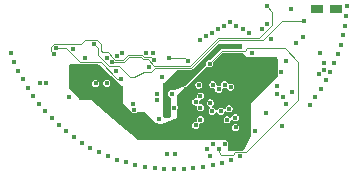
<source format=gbr>
%TF.GenerationSoftware,KiCad,Pcbnew,9.0.5*%
%TF.CreationDate,2025-10-30T22:03:55+01:00*%
%TF.ProjectId,36mm PCB,33366d6d-2050-4434-922e-6b696361645f,rev?*%
%TF.SameCoordinates,Original*%
%TF.FileFunction,Copper,L4,Inr*%
%TF.FilePolarity,Positive*%
%FSLAX46Y46*%
G04 Gerber Fmt 4.6, Leading zero omitted, Abs format (unit mm)*
G04 Created by KiCad (PCBNEW 9.0.5) date 2025-10-30 22:03:55*
%MOMM*%
%LPD*%
G01*
G04 APERTURE LIST*
%TA.AperFunction,ComponentPad*%
%ADD10R,1.000000X0.800000*%
%TD*%
%TA.AperFunction,ViaPad*%
%ADD11C,0.400000*%
%TD*%
%TA.AperFunction,Conductor*%
%ADD12C,0.100000*%
%TD*%
G04 APERTURE END LIST*
D10*
%TO.N,+3V0*%
%TO.C,J2*%
X165480000Y-95070000D03*
%TO.N,GND*%
X167080000Y-95070000D03*
%TD*%
D11*
%TO.N,GND*%
X151930000Y-102770000D03*
X151930000Y-102240000D03*
X151565954Y-98778557D03*
X150965954Y-98778557D03*
X162430000Y-100380000D03*
X160780000Y-96750000D03*
X164310000Y-97410000D03*
X158560000Y-105090000D03*
X158540000Y-104260000D03*
X157320000Y-103720000D03*
X156580000Y-103720000D03*
X157845000Y-104450000D03*
X145850000Y-99200000D03*
X159940000Y-98810000D03*
X162830000Y-103070000D03*
X140174791Y-100282707D03*
X145556824Y-106363784D03*
X167832791Y-96464370D03*
X163260000Y-95090001D03*
X167948428Y-95649789D03*
X167671581Y-97271170D03*
X151709590Y-108543764D03*
X148510174Y-107801021D03*
X168010000Y-94840000D03*
X146993070Y-107165478D03*
X158111156Y-96180002D03*
X166583318Y-100370140D03*
X155511928Y-97669994D03*
X165740000Y-98810000D03*
X166920316Y-99619575D03*
X158020000Y-103520000D03*
X154994071Y-108554639D03*
X167214622Y-98851267D03*
X156031544Y-97369993D03*
X159670000Y-97080000D03*
X156430000Y-103010000D03*
X158967765Y-107541734D03*
X141908027Y-103072657D03*
X142435781Y-103703838D03*
X146263680Y-106784815D03*
X156359200Y-107521581D03*
X165327473Y-102491993D03*
X158630771Y-96480002D03*
X155809089Y-108442121D03*
X164831647Y-103148553D03*
X157590386Y-96469999D03*
X140962929Y-101726437D03*
X153400000Y-107370000D03*
X157070770Y-96770000D03*
X143593376Y-104872382D03*
X149293098Y-108053893D03*
X150895336Y-108425853D03*
X156616499Y-108284001D03*
X140548570Y-101015648D03*
X139842771Y-99529927D03*
X152529183Y-108615753D03*
X162526202Y-104986315D03*
X166204694Y-101100590D03*
X142998156Y-104304378D03*
X152740000Y-107370000D03*
X150088989Y-108262390D03*
X157413754Y-108080779D03*
X158198335Y-107833096D03*
X144219560Y-105406055D03*
X139540000Y-98780000D03*
X154174020Y-108621199D03*
X167465307Y-98067640D03*
X147742691Y-107504570D03*
X153351525Y-108641592D03*
X159150385Y-96780000D03*
X156551154Y-97070001D03*
X153382512Y-103412512D03*
X144800000Y-98450000D03*
X147660000Y-101350000D03*
X165785638Y-101808620D03*
X141416558Y-102412829D03*
X144480000Y-102550000D03*
X144874732Y-105903713D03*
%TO.N,+3.3V*%
X148840000Y-101780000D03*
X144800000Y-99950000D03*
X150710000Y-104170000D03*
X159135000Y-106470000D03*
X146380000Y-102550000D03*
X160190000Y-102420000D03*
X154370000Y-101860000D03*
X158135000Y-106870000D03*
X146900000Y-99950000D03*
X161930000Y-99420000D03*
X157690000Y-100210000D03*
X158392122Y-98953911D03*
X156135000Y-101870000D03*
%TO.N,Net-(C20-Pad2)*%
X163380000Y-102070000D03*
%TO.N,+3V0*%
X161580000Y-97590000D03*
X155450000Y-101500000D03*
X162840000Y-99420000D03*
%TO.N,/Peripherals/VDDIO*%
X152070847Y-104384273D03*
%TO.N,Net-(IC2-CRST)*%
X146710000Y-101360000D03*
%TO.N,/Power/Charge +*%
X164393692Y-96037382D03*
X146555002Y-97999998D03*
%TO.N,/NRST*%
X157635000Y-101470000D03*
%TO.N,+1V8*%
X152774641Y-104064641D03*
X158830000Y-98250000D03*
%TO.N,Net-(D1-VCAP)*%
X158135000Y-101670000D03*
%TO.N,/I2C_SCL*%
X149897012Y-103110719D03*
X157135000Y-101870000D03*
%TO.N,/SWDIO*%
X155190000Y-104920000D03*
%TO.N,/H_Tim2*%
X155580000Y-102420000D03*
X148983266Y-98778557D03*
%TO.N,/Button press*%
X162070000Y-102220000D03*
X160180000Y-105420000D03*
%TO.N,/DEBLED*%
X157635000Y-106470000D03*
%TO.N,/H_on_GPIO*%
X156630000Y-106470000D03*
X147700000Y-99201000D03*
%TO.N,/H_Tim1*%
X148534974Y-98999999D03*
X155190000Y-102920000D03*
%TO.N,/Select dial*%
X156130000Y-106870000D03*
X148460000Y-100294323D03*
%TO.N,/I2C_SDA*%
X156640000Y-101470000D03*
X153149592Y-102240000D03*
X150000000Y-103600000D03*
%TO.N,/PCF_Reset*%
X157135000Y-106870000D03*
X156370000Y-99680000D03*
%TO.N,/SWCLK*%
X155580000Y-104420000D03*
%TO.N,/BMP581_INT*%
X155580000Y-103420000D03*
%TO.N,/Dial/MOT1*%
X152329119Y-100779693D03*
X143400000Y-98351003D03*
X148847277Y-100973924D03*
%TO.N,/Dial/VDD PROG*%
X151256277Y-99961251D03*
%TO.N,/Dial/MOT2*%
X143160000Y-98870000D03*
X151657420Y-99369628D03*
%TO.N,Net-(IC1-RESET)*%
X154540000Y-99499999D03*
X152950000Y-99210000D03*
%TO.N,/Power/STAT*%
X148074517Y-99549495D03*
X161190000Y-94830000D03*
%TO.N,Net-(IC5-PROG)*%
X161190000Y-96340000D03*
%TO.N,Net-(IC8-1D-)*%
X142482000Y-101340000D03*
%TO.N,Net-(IC8-1D+)*%
X141982169Y-101326916D03*
%TO.N,Net-(LDLN025PU1-EN)*%
X162040000Y-101570000D03*
X163720000Y-97940000D03*
X166044763Y-99650018D03*
%TO.N,Net-(TPS3424A11C13ADRLR1-~INT~)*%
X166074763Y-100210018D03*
X161120000Y-103880000D03*
%TO.N,Net-(TPS3424A11C13ADRLR1-kill)*%
X162600000Y-102490000D03*
X165624763Y-100560018D03*
%TD*%
D12*
%TO.N,/Power/Charge +*%
X146940000Y-98960000D02*
X146940000Y-98384996D01*
X147885575Y-99905575D02*
X146940000Y-98960000D01*
X148675575Y-99905575D02*
X147885575Y-99905575D01*
X149940000Y-100850000D02*
X149620000Y-100850000D01*
X150840000Y-100390000D02*
X149940000Y-100850000D01*
X151768997Y-100050999D02*
X151429999Y-100390000D01*
X154783257Y-100050999D02*
X151768997Y-100050999D01*
X160849000Y-97701000D02*
X157133256Y-97701000D01*
X151429999Y-100390000D02*
X150840000Y-100390000D01*
X149620000Y-100850000D02*
X148675575Y-99905575D01*
X162512618Y-96037382D02*
X160849000Y-97701000D01*
X146940000Y-98384996D02*
X146555002Y-97999998D01*
X157133256Y-97701000D02*
X154783257Y-100050999D01*
X164393692Y-96037382D02*
X162512618Y-96037382D01*
%TO.N,/Dial/MOT2*%
X151417792Y-99130000D02*
X151657420Y-99369628D01*
X150621008Y-98930000D02*
X150821008Y-99130000D01*
X149455744Y-98930000D02*
X150621008Y-98930000D01*
X148381410Y-99359999D02*
X149025745Y-99359999D01*
X148219906Y-99198495D02*
X148381410Y-99359999D01*
X147750001Y-98730000D02*
X148218496Y-99198495D01*
X150821008Y-99130000D02*
X151417792Y-99130000D01*
X147320001Y-98730000D02*
X147750001Y-98730000D01*
X147190000Y-98599999D02*
X147320001Y-98730000D01*
X147190000Y-97990000D02*
X147190000Y-98599999D01*
X146850000Y-97650000D02*
X147190000Y-97990000D01*
X146701393Y-97650000D02*
X146850000Y-97650000D01*
X146700391Y-97648998D02*
X146701393Y-97650000D01*
X146408611Y-97650000D02*
X146409613Y-97648998D01*
X148218496Y-99198495D02*
X148219906Y-99198495D01*
X145480000Y-97990000D02*
X145820000Y-97650000D01*
X142920000Y-98260000D02*
X143190000Y-97990000D01*
X149025745Y-99359999D02*
X149455744Y-98930000D01*
X146409613Y-97648998D02*
X146700391Y-97648998D01*
X142920000Y-98630000D02*
X142920000Y-98260000D01*
X143190000Y-97990000D02*
X145480000Y-97990000D01*
X143160000Y-98870000D02*
X142920000Y-98630000D01*
X145820000Y-97650000D02*
X146408611Y-97650000D01*
%TO.N,/Power/STAT*%
X161640000Y-95280000D02*
X161190000Y-94830000D01*
X161640000Y-96440000D02*
X161640000Y-95280000D01*
X160580000Y-97500000D02*
X161640000Y-96440000D01*
X157050000Y-97500000D02*
X160580000Y-97500000D01*
X151121000Y-99331000D02*
X151639999Y-99849999D01*
X151639999Y-99849999D02*
X154700001Y-99849999D01*
X150537752Y-99131000D02*
X150737752Y-99331000D01*
X150737752Y-99331000D02*
X151121000Y-99331000D01*
X149539000Y-99131000D02*
X150537752Y-99131000D01*
X149090000Y-99580000D02*
X149539000Y-99131000D01*
X154700001Y-99849999D02*
X157050000Y-97500000D01*
X148119020Y-99580000D02*
X149090000Y-99580000D01*
%TO.N,/PCF_Reset*%
X157140000Y-106875000D02*
X157135000Y-106870000D01*
X158340000Y-107380000D02*
X157360000Y-107380000D01*
X159420000Y-107190000D02*
X158530000Y-107190000D01*
X163880000Y-99540000D02*
X163880000Y-102730000D01*
X159541000Y-98389000D02*
X162729000Y-98389000D01*
X163880000Y-102730000D02*
X159420000Y-107190000D01*
X159330000Y-98600000D02*
X159541000Y-98389000D01*
X157410000Y-98600000D02*
X159330000Y-98600000D01*
X162729000Y-98389000D02*
X163880000Y-99540000D01*
X157140000Y-107160000D02*
X157140000Y-106875000D01*
X156441266Y-99608734D02*
X156441266Y-99568734D01*
X157360000Y-107380000D02*
X157140000Y-107160000D01*
X156441266Y-99568734D02*
X157410000Y-98600000D01*
X158530000Y-107190000D02*
X158340000Y-107380000D01*
X156370000Y-99680000D02*
X156441266Y-99608734D01*
%TO.N,/Dial/MOT1*%
X147140000Y-99570000D02*
X148543924Y-100973924D01*
X144204605Y-98351011D02*
X145423594Y-99570000D01*
X148543924Y-100973924D02*
X148847277Y-100973924D01*
X143400008Y-98351011D02*
X144204605Y-98351011D01*
X145423594Y-99570000D02*
X147140000Y-99570000D01*
X143400000Y-98351003D02*
X143400008Y-98351011D01*
%TO.N,Net-(IC1-RESET)*%
X154540000Y-99499999D02*
X154250001Y-99210000D01*
X154250001Y-99210000D02*
X152950000Y-99210000D01*
%TD*%
%TA.AperFunction,Conductor*%
%TO.N,+3.3V*%
G36*
X159158217Y-98775142D02*
G01*
X159176689Y-98789582D01*
X159518757Y-99113495D01*
X159535794Y-99129628D01*
X161995625Y-99141690D01*
X162062566Y-99161704D01*
X162108062Y-99214731D01*
X162119013Y-99264784D01*
X162129629Y-100719234D01*
X162110434Y-100786415D01*
X162094661Y-100806451D01*
X159906499Y-103063500D01*
X159909324Y-105256622D01*
X159901517Y-105296009D01*
X159902082Y-105296161D01*
X159882291Y-105370021D01*
X159879500Y-105380438D01*
X159879500Y-105459562D01*
X159889739Y-105497775D01*
X159899979Y-105535991D01*
X159900307Y-105536781D01*
X159900644Y-105538470D01*
X159902083Y-105543840D01*
X159901734Y-105543933D01*
X159901921Y-105544869D01*
X159904679Y-105549148D01*
X159909747Y-105584076D01*
X159909958Y-105747673D01*
X159894253Y-105808233D01*
X159243001Y-106975900D01*
X159193155Y-107024861D01*
X159134706Y-107039500D01*
X158500062Y-107039500D01*
X158475948Y-107049489D01*
X158472406Y-107050956D01*
X158444749Y-107062412D01*
X158443911Y-107063249D01*
X158432337Y-107068238D01*
X158408440Y-107071151D01*
X158385459Y-107078344D01*
X158383071Y-107078363D01*
X158062356Y-107077871D01*
X157995347Y-107058083D01*
X157949673Y-107005209D01*
X157938561Y-106951937D01*
X157946448Y-106447219D01*
X157946446Y-106447217D01*
X157946447Y-106447216D01*
X157944362Y-106440595D01*
X157930289Y-106410991D01*
X157915021Y-106354011D01*
X157915017Y-106354004D01*
X157875464Y-106285495D01*
X157875458Y-106285487D01*
X157819513Y-106229542D01*
X157819511Y-106229540D01*
X157790392Y-106212728D01*
X157751888Y-106177968D01*
X157710000Y-106120000D01*
X157709999Y-106120000D01*
X150273793Y-106122490D01*
X150206746Y-106102828D01*
X150192530Y-106092187D01*
X148794636Y-104880438D01*
X154889500Y-104880438D01*
X154889500Y-104959562D01*
X154893372Y-104974011D01*
X154909979Y-105035990D01*
X154909982Y-105035995D01*
X154949535Y-105104504D01*
X154949539Y-105104509D01*
X154949540Y-105104511D01*
X155005489Y-105160460D01*
X155005491Y-105160461D01*
X155005495Y-105160464D01*
X155045612Y-105183625D01*
X155074011Y-105200021D01*
X155150438Y-105220500D01*
X155150440Y-105220500D01*
X155229560Y-105220500D01*
X155229562Y-105220500D01*
X155305989Y-105200021D01*
X155374511Y-105160460D01*
X155430460Y-105104511D01*
X155461679Y-105050438D01*
X158259500Y-105050438D01*
X158259500Y-105129562D01*
X158269155Y-105165595D01*
X158279979Y-105205990D01*
X158279982Y-105205995D01*
X158319535Y-105274504D01*
X158319539Y-105274509D01*
X158319540Y-105274511D01*
X158375489Y-105330460D01*
X158375491Y-105330461D01*
X158375495Y-105330464D01*
X158437900Y-105366493D01*
X158444011Y-105370021D01*
X158520438Y-105390500D01*
X158520440Y-105390500D01*
X158599560Y-105390500D01*
X158599562Y-105390500D01*
X158675989Y-105370021D01*
X158744511Y-105330460D01*
X158800460Y-105274511D01*
X158840021Y-105205989D01*
X158860500Y-105129562D01*
X158860500Y-105050438D01*
X158840021Y-104974011D01*
X158831678Y-104959560D01*
X158800464Y-104905495D01*
X158800458Y-104905487D01*
X158744512Y-104849541D01*
X158744504Y-104849535D01*
X158675995Y-104809982D01*
X158675991Y-104809980D01*
X158675989Y-104809979D01*
X158675987Y-104809978D01*
X158675984Y-104809977D01*
X158609245Y-104792094D01*
X158550789Y-104756463D01*
X158542419Y-104763102D01*
X158528162Y-104780370D01*
X158510445Y-104788460D01*
X158505219Y-104792606D01*
X158500293Y-104793096D01*
X158490755Y-104797453D01*
X158444013Y-104809978D01*
X158444004Y-104809982D01*
X158375495Y-104849535D01*
X158375487Y-104849541D01*
X158319541Y-104905487D01*
X158319535Y-104905495D01*
X158279982Y-104974004D01*
X158279979Y-104974009D01*
X158266326Y-105024962D01*
X158259500Y-105050438D01*
X155461679Y-105050438D01*
X155470021Y-105035989D01*
X155490500Y-104959562D01*
X155490500Y-104880438D01*
X155489469Y-104876590D01*
X155489549Y-104873219D01*
X155489439Y-104872381D01*
X155489569Y-104872363D01*
X155491134Y-104806740D01*
X155530298Y-104748879D01*
X155594528Y-104721376D01*
X155609245Y-104720500D01*
X155619560Y-104720500D01*
X155619562Y-104720500D01*
X155695989Y-104700021D01*
X155764511Y-104660460D01*
X155820460Y-104604511D01*
X155860021Y-104535989D01*
X155880500Y-104459562D01*
X155880500Y-104410438D01*
X157544500Y-104410438D01*
X157544500Y-104489562D01*
X157556209Y-104533260D01*
X157564979Y-104565990D01*
X157564982Y-104565995D01*
X157604535Y-104634504D01*
X157604539Y-104634509D01*
X157604540Y-104634511D01*
X157660489Y-104690460D01*
X157660491Y-104690461D01*
X157660495Y-104690464D01*
X157712520Y-104720500D01*
X157729011Y-104730021D01*
X157805438Y-104750500D01*
X157805440Y-104750500D01*
X157884560Y-104750500D01*
X157884562Y-104750500D01*
X157960989Y-104730021D01*
X158029511Y-104690460D01*
X158085460Y-104634511D01*
X158125021Y-104565989D01*
X158131985Y-104539999D01*
X158168347Y-104480340D01*
X158231194Y-104449809D01*
X158300570Y-104458103D01*
X158308124Y-104461643D01*
X158325580Y-104470551D01*
X158355489Y-104500460D01*
X158424011Y-104540021D01*
X158500438Y-104560500D01*
X158501836Y-104560500D01*
X158515024Y-104567230D01*
X158531292Y-104582614D01*
X158550413Y-104594269D01*
X158550812Y-104595092D01*
X158571838Y-104569629D01*
X158609243Y-104552546D01*
X158655989Y-104540021D01*
X158724511Y-104500460D01*
X158780460Y-104444511D01*
X158820021Y-104375989D01*
X158840500Y-104299562D01*
X158840500Y-104220438D01*
X158820021Y-104144011D01*
X158814718Y-104134826D01*
X158780464Y-104075495D01*
X158780458Y-104075487D01*
X158724512Y-104019541D01*
X158724504Y-104019535D01*
X158655995Y-103979982D01*
X158655990Y-103979979D01*
X158630513Y-103973152D01*
X158579562Y-103959500D01*
X158500438Y-103959500D01*
X158462224Y-103969739D01*
X158424009Y-103979979D01*
X158424004Y-103979982D01*
X158355495Y-104019535D01*
X158355487Y-104019541D01*
X158299541Y-104075487D01*
X158299535Y-104075495D01*
X158259982Y-104144004D01*
X158259978Y-104144013D01*
X158253014Y-104170003D01*
X158216648Y-104229662D01*
X158153801Y-104260190D01*
X158084425Y-104251894D01*
X158045559Y-104225588D01*
X158029512Y-104209541D01*
X158029504Y-104209535D01*
X157960995Y-104169982D01*
X157960990Y-104169979D01*
X157923826Y-104160021D01*
X157884562Y-104149500D01*
X157805438Y-104149500D01*
X157769622Y-104159097D01*
X157729009Y-104169979D01*
X157729004Y-104169982D01*
X157660495Y-104209535D01*
X157660487Y-104209541D01*
X157604541Y-104265487D01*
X157604535Y-104265495D01*
X157564982Y-104334004D01*
X157564979Y-104334009D01*
X157553729Y-104375995D01*
X157544500Y-104410438D01*
X155880500Y-104410438D01*
X155880500Y-104380438D01*
X155860021Y-104304011D01*
X155857451Y-104299560D01*
X155820464Y-104235495D01*
X155820458Y-104235487D01*
X155764512Y-104179541D01*
X155764504Y-104179535D01*
X155695995Y-104139982D01*
X155695990Y-104139979D01*
X155670513Y-104133152D01*
X155619562Y-104119500D01*
X155540438Y-104119500D01*
X155503484Y-104129402D01*
X155464009Y-104139979D01*
X155464004Y-104139982D01*
X155395495Y-104179535D01*
X155395487Y-104179541D01*
X155339541Y-104235487D01*
X155339535Y-104235495D01*
X155299982Y-104304004D01*
X155299979Y-104304009D01*
X155279500Y-104380439D01*
X155279500Y-104459562D01*
X155280531Y-104463410D01*
X155280450Y-104466780D01*
X155280561Y-104467619D01*
X155280430Y-104467636D01*
X155278866Y-104533260D01*
X155239702Y-104591121D01*
X155175472Y-104618624D01*
X155160755Y-104619500D01*
X155150438Y-104619500D01*
X155112224Y-104629739D01*
X155074009Y-104639979D01*
X155074004Y-104639982D01*
X155005495Y-104679535D01*
X155005487Y-104679541D01*
X154949541Y-104735487D01*
X154949535Y-104735495D01*
X154909982Y-104804004D01*
X154909979Y-104804009D01*
X154908379Y-104809982D01*
X154889500Y-104880438D01*
X148794636Y-104880438D01*
X146360000Y-102770000D01*
X145465841Y-102788824D01*
X145398402Y-102770554D01*
X145372115Y-102748958D01*
X145326941Y-102700020D01*
X145104980Y-102459562D01*
X144482884Y-101785624D01*
X144451877Y-101723011D01*
X144450000Y-101701517D01*
X144450000Y-101320438D01*
X146409500Y-101320438D01*
X146409500Y-101399562D01*
X146417774Y-101430439D01*
X146429979Y-101475990D01*
X146429982Y-101475995D01*
X146469535Y-101544504D01*
X146469539Y-101544509D01*
X146469540Y-101544511D01*
X146525489Y-101600460D01*
X146525491Y-101600461D01*
X146525495Y-101600464D01*
X146577414Y-101630439D01*
X146594011Y-101640021D01*
X146670438Y-101660500D01*
X146670440Y-101660500D01*
X146749560Y-101660500D01*
X146749562Y-101660500D01*
X146825989Y-101640021D01*
X146894511Y-101600460D01*
X146950460Y-101544511D01*
X146990021Y-101475989D01*
X147010500Y-101399562D01*
X147010500Y-101320438D01*
X147007820Y-101310438D01*
X147359500Y-101310438D01*
X147359500Y-101389562D01*
X147362179Y-101399560D01*
X147379979Y-101465990D01*
X147379982Y-101465995D01*
X147419535Y-101534504D01*
X147419539Y-101534509D01*
X147419540Y-101534511D01*
X147475489Y-101590460D01*
X147475491Y-101590461D01*
X147475495Y-101590464D01*
X147519708Y-101615990D01*
X147544011Y-101630021D01*
X147620438Y-101650500D01*
X147620440Y-101650500D01*
X147699560Y-101650500D01*
X147699562Y-101650500D01*
X147775989Y-101630021D01*
X147844511Y-101590460D01*
X147900460Y-101534511D01*
X147940021Y-101465989D01*
X147960500Y-101389562D01*
X147960500Y-101310438D01*
X147940021Y-101234011D01*
X147937437Y-101229535D01*
X147900464Y-101165495D01*
X147900458Y-101165487D01*
X147844512Y-101109541D01*
X147844504Y-101109535D01*
X147775995Y-101069982D01*
X147775990Y-101069979D01*
X147737680Y-101059714D01*
X147699562Y-101049500D01*
X147620438Y-101049500D01*
X147583118Y-101059500D01*
X147544009Y-101069979D01*
X147544004Y-101069982D01*
X147475495Y-101109535D01*
X147475487Y-101109541D01*
X147419541Y-101165487D01*
X147419535Y-101165495D01*
X147379982Y-101234004D01*
X147379979Y-101234009D01*
X147369150Y-101274424D01*
X147359500Y-101310438D01*
X147007820Y-101310438D01*
X146990021Y-101244011D01*
X146984246Y-101234009D01*
X146950464Y-101175495D01*
X146950458Y-101175487D01*
X146894512Y-101119541D01*
X146894504Y-101119535D01*
X146825995Y-101079982D01*
X146825990Y-101079979D01*
X146800513Y-101073152D01*
X146749562Y-101059500D01*
X146670438Y-101059500D01*
X146632224Y-101069739D01*
X146594009Y-101079979D01*
X146594004Y-101079982D01*
X146525495Y-101119535D01*
X146525487Y-101119541D01*
X146469541Y-101175487D01*
X146469535Y-101175495D01*
X146429982Y-101244004D01*
X146429979Y-101244009D01*
X146418865Y-101285487D01*
X146409500Y-101320438D01*
X144450000Y-101320438D01*
X144450000Y-99864000D01*
X144469685Y-99796961D01*
X144522489Y-99751206D01*
X144574000Y-99740000D01*
X146950339Y-99740000D01*
X147017378Y-99759685D01*
X147035931Y-99774278D01*
X148998870Y-101646916D01*
X149006402Y-101654101D01*
X149041321Y-101714619D01*
X149044796Y-101741999D01*
X149064113Y-103055716D01*
X149692019Y-103674110D01*
X149715613Y-103709127D01*
X149715917Y-103708952D01*
X149718439Y-103713320D01*
X149719566Y-103714993D01*
X149719976Y-103715982D01*
X149719978Y-103715985D01*
X149719979Y-103715989D01*
X149759540Y-103784511D01*
X149815489Y-103840460D01*
X149815491Y-103840461D01*
X149815495Y-103840464D01*
X149884004Y-103880017D01*
X149884007Y-103880019D01*
X149884011Y-103880021D01*
X149960438Y-103900500D01*
X149960440Y-103900500D01*
X150039560Y-103900500D01*
X150039562Y-103900500D01*
X150115989Y-103880021D01*
X150184511Y-103840460D01*
X150184516Y-103840454D01*
X150190957Y-103835513D01*
X150192666Y-103837740D01*
X150241994Y-103810790D01*
X150267795Y-103807950D01*
X150911199Y-103804939D01*
X150978330Y-103824310D01*
X151007424Y-103850021D01*
X151700876Y-104690464D01*
X151750000Y-104750000D01*
X152292229Y-104759189D01*
X153630000Y-104300000D01*
X153624895Y-103627865D01*
X153641505Y-103564923D01*
X153662530Y-103528506D01*
X153662532Y-103528503D01*
X153662533Y-103528501D01*
X153683012Y-103452074D01*
X153683012Y-103372950D01*
X153662533Y-103296523D01*
X153638202Y-103254380D01*
X153621594Y-103193326D01*
X153619218Y-102880438D01*
X154889500Y-102880438D01*
X154889500Y-102959562D01*
X154899971Y-102998639D01*
X154909979Y-103035990D01*
X154909982Y-103035995D01*
X154949535Y-103104504D01*
X154949539Y-103104509D01*
X154949540Y-103104511D01*
X155005489Y-103160460D01*
X155005491Y-103160461D01*
X155005495Y-103160464D01*
X155038538Y-103179541D01*
X155074011Y-103200021D01*
X155150438Y-103220500D01*
X155150440Y-103220500D01*
X155160755Y-103220500D01*
X155227794Y-103240185D01*
X155273549Y-103292989D01*
X155283493Y-103362147D01*
X155280531Y-103376590D01*
X155279500Y-103380438D01*
X155279500Y-103459562D01*
X155290735Y-103501492D01*
X155299979Y-103535990D01*
X155299982Y-103535995D01*
X155339535Y-103604504D01*
X155339539Y-103604509D01*
X155339540Y-103604511D01*
X155395489Y-103660460D01*
X155395491Y-103660461D01*
X155395495Y-103660464D01*
X155451041Y-103692533D01*
X155464011Y-103700021D01*
X155540438Y-103720500D01*
X155540440Y-103720500D01*
X155619560Y-103720500D01*
X155619562Y-103720500D01*
X155695989Y-103700021D01*
X155764511Y-103660460D01*
X155820460Y-103604511D01*
X155860021Y-103535989D01*
X155880500Y-103459562D01*
X155880500Y-103380438D01*
X155860021Y-103304011D01*
X155854951Y-103295230D01*
X155820464Y-103235495D01*
X155820458Y-103235487D01*
X155764512Y-103179541D01*
X155764504Y-103179535D01*
X155695995Y-103139982D01*
X155695990Y-103139979D01*
X155668044Y-103132491D01*
X155619562Y-103119500D01*
X155609245Y-103119500D01*
X155591310Y-103114233D01*
X155572621Y-103113968D01*
X155558481Y-103104593D01*
X155542206Y-103099815D01*
X155529966Y-103085690D01*
X155514386Y-103075361D01*
X155507558Y-103059829D01*
X155496451Y-103047011D01*
X155493791Y-103028512D01*
X155486268Y-103011399D01*
X155487872Y-102987348D01*
X155486507Y-102977853D01*
X155486771Y-102976109D01*
X155487669Y-102970438D01*
X156129500Y-102970438D01*
X156129500Y-103049562D01*
X156136304Y-103074954D01*
X156149979Y-103125990D01*
X156149982Y-103125995D01*
X156189535Y-103194504D01*
X156189539Y-103194509D01*
X156189540Y-103194511D01*
X156245489Y-103250460D01*
X156245491Y-103250461D01*
X156245495Y-103250464D01*
X156295857Y-103279540D01*
X156314011Y-103290021D01*
X156320283Y-103291701D01*
X156379943Y-103328065D01*
X156410473Y-103390911D01*
X156402179Y-103460287D01*
X156375872Y-103499156D01*
X156339541Y-103535487D01*
X156339535Y-103535495D01*
X156299982Y-103604004D01*
X156299979Y-103604009D01*
X156298554Y-103609328D01*
X156279500Y-103680438D01*
X156279500Y-103759562D01*
X156291659Y-103804939D01*
X156299979Y-103835990D01*
X156299982Y-103835995D01*
X156339535Y-103904504D01*
X156339539Y-103904509D01*
X156339540Y-103904511D01*
X156395489Y-103960460D01*
X156395491Y-103960461D01*
X156395495Y-103960464D01*
X156457027Y-103995989D01*
X156464011Y-104000021D01*
X156540438Y-104020500D01*
X156540440Y-104020500D01*
X156619560Y-104020500D01*
X156619562Y-104020500D01*
X156695989Y-104000021D01*
X156764511Y-103960460D01*
X156820460Y-103904511D01*
X156822776Y-103900500D01*
X156842613Y-103866142D01*
X156893179Y-103817926D01*
X156961786Y-103804702D01*
X157026651Y-103830670D01*
X157057387Y-103866142D01*
X157079535Y-103904504D01*
X157079539Y-103904509D01*
X157079540Y-103904511D01*
X157135489Y-103960460D01*
X157135491Y-103960461D01*
X157135495Y-103960464D01*
X157197027Y-103995989D01*
X157204011Y-104000021D01*
X157280438Y-104020500D01*
X157280440Y-104020500D01*
X157359560Y-104020500D01*
X157359562Y-104020500D01*
X157435989Y-104000021D01*
X157504511Y-103960460D01*
X157560460Y-103904511D01*
X157600021Y-103835989D01*
X157610155Y-103798167D01*
X157646518Y-103738509D01*
X157709365Y-103707979D01*
X157778740Y-103716273D01*
X157817610Y-103742581D01*
X157835489Y-103760460D01*
X157835491Y-103760461D01*
X157835495Y-103760464D01*
X157900805Y-103798170D01*
X157904011Y-103800021D01*
X157980438Y-103820500D01*
X157980440Y-103820500D01*
X158059560Y-103820500D01*
X158059562Y-103820500D01*
X158135989Y-103800021D01*
X158204511Y-103760460D01*
X158260460Y-103704511D01*
X158300021Y-103635989D01*
X158320500Y-103559562D01*
X158320500Y-103480438D01*
X158300021Y-103404011D01*
X158293728Y-103393111D01*
X158260464Y-103335495D01*
X158260458Y-103335487D01*
X158204512Y-103279541D01*
X158204504Y-103279535D01*
X158135995Y-103239982D01*
X158135990Y-103239979D01*
X158091287Y-103228001D01*
X158059562Y-103219500D01*
X157980438Y-103219500D01*
X157948713Y-103228001D01*
X157904009Y-103239979D01*
X157904004Y-103239982D01*
X157835495Y-103279535D01*
X157835487Y-103279541D01*
X157779541Y-103335487D01*
X157779535Y-103335495D01*
X157739982Y-103404004D01*
X157739977Y-103404015D01*
X157729844Y-103441832D01*
X157693478Y-103501492D01*
X157630631Y-103532020D01*
X157561256Y-103523725D01*
X157522389Y-103497418D01*
X157504512Y-103479541D01*
X157504504Y-103479535D01*
X157435995Y-103439982D01*
X157435990Y-103439979D01*
X157410513Y-103433152D01*
X157359562Y-103419500D01*
X157280438Y-103419500D01*
X157242224Y-103429739D01*
X157204009Y-103439979D01*
X157204004Y-103439982D01*
X157135495Y-103479535D01*
X157135487Y-103479541D01*
X157079541Y-103535487D01*
X157079537Y-103535492D01*
X157057387Y-103573858D01*
X157006820Y-103622074D01*
X156938213Y-103635296D01*
X156873348Y-103609328D01*
X156842613Y-103573858D01*
X156820462Y-103535492D01*
X156820458Y-103535487D01*
X156764512Y-103479541D01*
X156764504Y-103479535D01*
X156695995Y-103439982D01*
X156695987Y-103439978D01*
X156689712Y-103438297D01*
X156630052Y-103401930D01*
X156599525Y-103339082D01*
X156607822Y-103269707D01*
X156634126Y-103230844D01*
X156670460Y-103194511D01*
X156710021Y-103125989D01*
X156730500Y-103049562D01*
X156730500Y-102970438D01*
X156710021Y-102894011D01*
X156709665Y-102893394D01*
X156670464Y-102825495D01*
X156670458Y-102825487D01*
X156614512Y-102769541D01*
X156614504Y-102769535D01*
X156545995Y-102729982D01*
X156545990Y-102729979D01*
X156513883Y-102721376D01*
X156469562Y-102709500D01*
X156390438Y-102709500D01*
X156352224Y-102719739D01*
X156314009Y-102729979D01*
X156314004Y-102729982D01*
X156245495Y-102769535D01*
X156245487Y-102769541D01*
X156189541Y-102825487D01*
X156189535Y-102825495D01*
X156149982Y-102894004D01*
X156149979Y-102894009D01*
X156138355Y-102937391D01*
X156129500Y-102970438D01*
X155487669Y-102970438D01*
X155487789Y-102969679D01*
X155490500Y-102959562D01*
X155490500Y-102880438D01*
X155489469Y-102876590D01*
X155489549Y-102873219D01*
X155489439Y-102872381D01*
X155489569Y-102872363D01*
X155491134Y-102806740D01*
X155530298Y-102748879D01*
X155594528Y-102721376D01*
X155609245Y-102720500D01*
X155619560Y-102720500D01*
X155619562Y-102720500D01*
X155695989Y-102700021D01*
X155764511Y-102660460D01*
X155820460Y-102604511D01*
X155860021Y-102535989D01*
X155880500Y-102459562D01*
X155880500Y-102380438D01*
X155860021Y-102304011D01*
X155848777Y-102284535D01*
X155820464Y-102235495D01*
X155820458Y-102235487D01*
X155764512Y-102179541D01*
X155764504Y-102179535D01*
X155695995Y-102139982D01*
X155695990Y-102139979D01*
X155670513Y-102133152D01*
X155619562Y-102119500D01*
X155540438Y-102119500D01*
X155502224Y-102129739D01*
X155464009Y-102139979D01*
X155464004Y-102139982D01*
X155395495Y-102179535D01*
X155395487Y-102179541D01*
X155339541Y-102235487D01*
X155339535Y-102235495D01*
X155299982Y-102304004D01*
X155299979Y-102304009D01*
X155279500Y-102380439D01*
X155279500Y-102459562D01*
X155280531Y-102463410D01*
X155280450Y-102466780D01*
X155280561Y-102467619D01*
X155280430Y-102467636D01*
X155278866Y-102533260D01*
X155239702Y-102591121D01*
X155175472Y-102618624D01*
X155160755Y-102619500D01*
X155150438Y-102619500D01*
X155112224Y-102629739D01*
X155074009Y-102639979D01*
X155074004Y-102639982D01*
X155005495Y-102679535D01*
X155005487Y-102679541D01*
X154949541Y-102735487D01*
X154949535Y-102735495D01*
X154909982Y-102804004D01*
X154909979Y-102804009D01*
X154904224Y-102825487D01*
X154889500Y-102880438D01*
X153619218Y-102880438D01*
X153615394Y-102376912D01*
X153634569Y-102309726D01*
X153651705Y-102288294D01*
X154232086Y-101707913D01*
X154271415Y-101681412D01*
X154352905Y-101646914D01*
X154370215Y-101637597D01*
X154408519Y-101612112D01*
X154408528Y-101612104D01*
X154408532Y-101612102D01*
X154422912Y-101600464D01*
X154423798Y-101599747D01*
X154566416Y-101460438D01*
X155149500Y-101460438D01*
X155149500Y-101539562D01*
X155157522Y-101569500D01*
X155169979Y-101615990D01*
X155169982Y-101615995D01*
X155209535Y-101684504D01*
X155209539Y-101684509D01*
X155209540Y-101684511D01*
X155265489Y-101740460D01*
X155265491Y-101740461D01*
X155265495Y-101740464D01*
X155315682Y-101769439D01*
X155334011Y-101780021D01*
X155410438Y-101800500D01*
X155410440Y-101800500D01*
X155489560Y-101800500D01*
X155489562Y-101800500D01*
X155565989Y-101780021D01*
X155634511Y-101740460D01*
X155690460Y-101684511D01*
X155730021Y-101615989D01*
X155750500Y-101539562D01*
X155750500Y-101460438D01*
X155748883Y-101454402D01*
X155748883Y-101454401D01*
X155742462Y-101430438D01*
X156339500Y-101430438D01*
X156339500Y-101509562D01*
X156351410Y-101554009D01*
X156359979Y-101585990D01*
X156359982Y-101585995D01*
X156399535Y-101654504D01*
X156399539Y-101654509D01*
X156399540Y-101654511D01*
X156455489Y-101710460D01*
X156455491Y-101710461D01*
X156455495Y-101710464D01*
X156510116Y-101741999D01*
X156524011Y-101750021D01*
X156600438Y-101770500D01*
X156600440Y-101770500D01*
X156679561Y-101770500D01*
X156679562Y-101770500D01*
X156679562Y-101770499D01*
X156687619Y-101769439D01*
X156687829Y-101771034D01*
X156748251Y-101772470D01*
X156806115Y-101811630D01*
X156833622Y-101875857D01*
X156834500Y-101890584D01*
X156834500Y-101909562D01*
X156845340Y-101950017D01*
X156854979Y-101985990D01*
X156854982Y-101985995D01*
X156894535Y-102054504D01*
X156894539Y-102054509D01*
X156894540Y-102054511D01*
X156950489Y-102110460D01*
X156950491Y-102110461D01*
X156950495Y-102110464D01*
X157001623Y-102139982D01*
X157019011Y-102150021D01*
X157095438Y-102170500D01*
X157095440Y-102170500D01*
X157174560Y-102170500D01*
X157174562Y-102170500D01*
X157250989Y-102150021D01*
X157319511Y-102110460D01*
X157375460Y-102054511D01*
X157415021Y-101985989D01*
X157435500Y-101909562D01*
X157435500Y-101889244D01*
X157455185Y-101822205D01*
X157507989Y-101776450D01*
X157550918Y-101765541D01*
X157571581Y-101764107D01*
X157595438Y-101770500D01*
X157674562Y-101770500D01*
X157742729Y-101752234D01*
X157754667Y-101751406D01*
X157777565Y-101756438D01*
X157801003Y-101756996D01*
X157811054Y-101763798D01*
X157822908Y-101766404D01*
X157839449Y-101783015D01*
X157858866Y-101796157D01*
X157870636Y-101813109D01*
X157894537Y-101854507D01*
X157894539Y-101854510D01*
X157894540Y-101854511D01*
X157950489Y-101910460D01*
X157950491Y-101910461D01*
X157950495Y-101910464D01*
X158019004Y-101950017D01*
X158019011Y-101950021D01*
X158095438Y-101970500D01*
X158095440Y-101970500D01*
X158174560Y-101970500D01*
X158174562Y-101970500D01*
X158250989Y-101950021D01*
X158319511Y-101910460D01*
X158375460Y-101854511D01*
X158415021Y-101785989D01*
X158435500Y-101709562D01*
X158435500Y-101630438D01*
X158415021Y-101554011D01*
X158400209Y-101528356D01*
X158375464Y-101485495D01*
X158375458Y-101485487D01*
X158319512Y-101429541D01*
X158319504Y-101429535D01*
X158250995Y-101389982D01*
X158250990Y-101389979D01*
X158224951Y-101383002D01*
X158174562Y-101369500D01*
X158095438Y-101369500D01*
X158038842Y-101384664D01*
X157968994Y-101383002D01*
X157911131Y-101343840D01*
X157899363Y-101326890D01*
X157875462Y-101285492D01*
X157875458Y-101285487D01*
X157819512Y-101229541D01*
X157819504Y-101229535D01*
X157750995Y-101189982D01*
X157750990Y-101189979D01*
X157725513Y-101183152D01*
X157674562Y-101169500D01*
X157595438Y-101169500D01*
X157557224Y-101179739D01*
X157519009Y-101189979D01*
X157519004Y-101189982D01*
X157450495Y-101229535D01*
X157450487Y-101229541D01*
X157394541Y-101285487D01*
X157394535Y-101285495D01*
X157354982Y-101354004D01*
X157354979Y-101354009D01*
X157346942Y-101384004D01*
X157334741Y-101429541D01*
X157334500Y-101430439D01*
X157334500Y-101450755D01*
X157314815Y-101517794D01*
X157262011Y-101563549D01*
X157209362Y-101574750D01*
X157193615Y-101574605D01*
X157174562Y-101569500D01*
X157095438Y-101569500D01*
X157080266Y-101573565D01*
X157063362Y-101573410D01*
X157045448Y-101567971D01*
X157026733Y-101567524D01*
X157012709Y-101558030D01*
X156996506Y-101553111D01*
X156984377Y-101538850D01*
X156968874Y-101528356D01*
X156962209Y-101512787D01*
X156951238Y-101499889D01*
X156948743Y-101481334D01*
X156941376Y-101464125D01*
X156940500Y-101449415D01*
X156940500Y-101430439D01*
X156940500Y-101430438D01*
X156920021Y-101354011D01*
X156901368Y-101321703D01*
X156880464Y-101285495D01*
X156880458Y-101285487D01*
X156824512Y-101229541D01*
X156824504Y-101229535D01*
X156755995Y-101189982D01*
X156755990Y-101189979D01*
X156730513Y-101183152D01*
X156679562Y-101169500D01*
X156600438Y-101169500D01*
X156562224Y-101179739D01*
X156524009Y-101189979D01*
X156524004Y-101189982D01*
X156455495Y-101229535D01*
X156455487Y-101229541D01*
X156399541Y-101285487D01*
X156399535Y-101285495D01*
X156359982Y-101354004D01*
X156359979Y-101354009D01*
X156351942Y-101384004D01*
X156339500Y-101430438D01*
X155742462Y-101430438D01*
X155730022Y-101384015D01*
X155730021Y-101384011D01*
X155730017Y-101384004D01*
X155690464Y-101315495D01*
X155690458Y-101315487D01*
X155634512Y-101259541D01*
X155634504Y-101259535D01*
X155565995Y-101219982D01*
X155565990Y-101219979D01*
X155540513Y-101213152D01*
X155489562Y-101199500D01*
X155410438Y-101199500D01*
X155372224Y-101209739D01*
X155334009Y-101219979D01*
X155334004Y-101219982D01*
X155265495Y-101259535D01*
X155265487Y-101259541D01*
X155209541Y-101315487D01*
X155209535Y-101315495D01*
X155169982Y-101384004D01*
X155169979Y-101384009D01*
X155165812Y-101399562D01*
X155149500Y-101460438D01*
X154566416Y-101460438D01*
X154714801Y-101315495D01*
X155382070Y-100663704D01*
X156091520Y-99970710D01*
X156153231Y-99937948D01*
X156222860Y-99943750D01*
X156240164Y-99952026D01*
X156254011Y-99960021D01*
X156330438Y-99980500D01*
X156330440Y-99980500D01*
X156409560Y-99980500D01*
X156409562Y-99980500D01*
X156485989Y-99960021D01*
X156554511Y-99920460D01*
X156610460Y-99864511D01*
X156650021Y-99795989D01*
X156670500Y-99719562D01*
X156670500Y-99640438D01*
X156670412Y-99640109D01*
X156670418Y-99639822D01*
X156669439Y-99632381D01*
X156670599Y-99632228D01*
X156672073Y-99570260D01*
X156702503Y-99520335D01*
X157427083Y-98795755D01*
X157488402Y-98762273D01*
X157514450Y-98759440D01*
X159091130Y-98755620D01*
X159158217Y-98775142D01*
G37*
%TD.AperFunction*%
%TD*%
%TA.AperFunction,Conductor*%
%TO.N,+1V8*%
G36*
X159083039Y-98019685D02*
G01*
X159128794Y-98072489D01*
X159140000Y-98124000D01*
X159140000Y-98325500D01*
X159120315Y-98392539D01*
X159067511Y-98438294D01*
X159016000Y-98449500D01*
X157380062Y-98449500D01*
X157324748Y-98472412D01*
X157324747Y-98472413D01*
X156453978Y-99343181D01*
X156392655Y-99376666D01*
X156366297Y-99379500D01*
X156330438Y-99379500D01*
X156292224Y-99389739D01*
X156254009Y-99399979D01*
X156254004Y-99399982D01*
X156185495Y-99439535D01*
X156185487Y-99439541D01*
X156129541Y-99495487D01*
X156129535Y-99495495D01*
X156089982Y-99564004D01*
X156089979Y-99564009D01*
X156069500Y-99640439D01*
X156069500Y-99719562D01*
X156077303Y-99748683D01*
X156075640Y-99818533D01*
X156044174Y-99869480D01*
X154350079Y-101524277D01*
X154311775Y-101549762D01*
X153414415Y-101929663D01*
X153363490Y-101939447D01*
X153019953Y-101932289D01*
X152890241Y-102040000D01*
X152890227Y-102055124D01*
X152873617Y-102117002D01*
X152869571Y-102124011D01*
X152849092Y-102200438D01*
X152849092Y-102279562D01*
X152858637Y-102315184D01*
X152869571Y-102355990D01*
X152869574Y-102355995D01*
X152909127Y-102424504D01*
X152909130Y-102424508D01*
X152909132Y-102424511D01*
X152944183Y-102459562D01*
X152968893Y-102484272D01*
X152971483Y-102487940D01*
X152973613Y-102489261D01*
X152993164Y-102518638D01*
X153057777Y-102654330D01*
X153069818Y-102708430D01*
X153060772Y-104128730D01*
X153040661Y-104195642D01*
X152987567Y-104241060D01*
X152938743Y-104251924D01*
X152555968Y-104258000D01*
X152488625Y-104239382D01*
X152442037Y-104187311D01*
X152430000Y-104134016D01*
X152430000Y-101423589D01*
X152449685Y-101356550D01*
X152469030Y-101333278D01*
X153636151Y-100235187D01*
X153698465Y-100203586D01*
X153721120Y-100201499D01*
X154813191Y-100201499D01*
X154813193Y-100201499D01*
X154836105Y-100192008D01*
X154868509Y-100178587D01*
X154915580Y-100131515D01*
X154923999Y-100125519D01*
X154932931Y-100122426D01*
X154948972Y-100111757D01*
X154964667Y-100105333D01*
X157033681Y-98036319D01*
X157095004Y-98002834D01*
X157121362Y-98000000D01*
X159016000Y-98000000D01*
X159083039Y-98019685D01*
G37*
%TD.AperFunction*%
%TD*%
M02*

</source>
